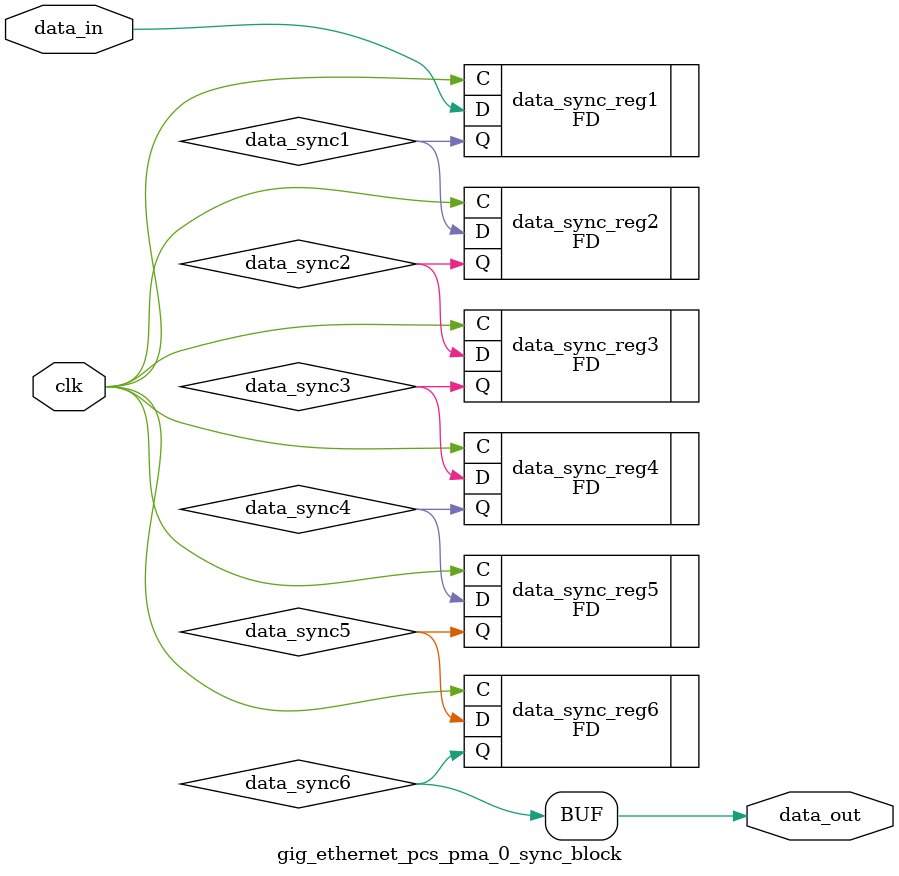
<source format=v>

`timescale 1ps / 1ps

module gig_ethernet_pcs_pma_0_sync_block #(
  parameter INITIALISE = 2'b00
)
(
  input        clk,              // clock to be sync'ed to
  input        data_in,          // Data to be 'synced'
  output       data_out          // synced data
);

  // Internal Signals
  wire data_sync1;
  wire data_sync2;
  wire data_sync3;
  wire data_sync4;
  wire data_sync5;
  wire data_sync6;


  (* shreg_extract = "no", ASYNC_REG = "TRUE" *)
  FD #(
    .INIT (INITIALISE[0])
  ) data_sync_reg1 (
    .C  (clk),
    .D  (data_in),
    .Q  (data_sync1)
  );


  (* shreg_extract = "no", ASYNC_REG = "TRUE" *)
  FD #(
   .INIT (INITIALISE[1])
  ) data_sync_reg2 (
  .C  (clk),
  .D  (data_sync1),
  .Q  (data_sync2)
  );


  (* shreg_extract = "no", ASYNC_REG = "TRUE" *)
  FD #(
   .INIT (INITIALISE[1])
  ) data_sync_reg3 (
  .C  (clk),
  .D  (data_sync2),
  .Q  (data_sync3)
  );

  (* shreg_extract = "no", ASYNC_REG = "TRUE" *)
  FD #(
   .INIT (INITIALISE[1])
  ) data_sync_reg4 (
  .C  (clk),
  .D  (data_sync3),
  .Q  (data_sync4)
  );

  (* shreg_extract = "no", ASYNC_REG = "TRUE" *)
  FD #(
   .INIT (INITIALISE[1])
  ) data_sync_reg5 (
  .C  (clk),
  .D  (data_sync4),
  .Q  (data_sync5)
  );

  (* shreg_extract = "no", ASYNC_REG = "TRUE" *)
  FD #(
   .INIT (INITIALISE[1])
  ) data_sync_reg6 (
  .C  (clk),
  .D  (data_sync5),
  .Q  (data_sync6)
  );
  assign data_out = data_sync6;


endmodule



</source>
